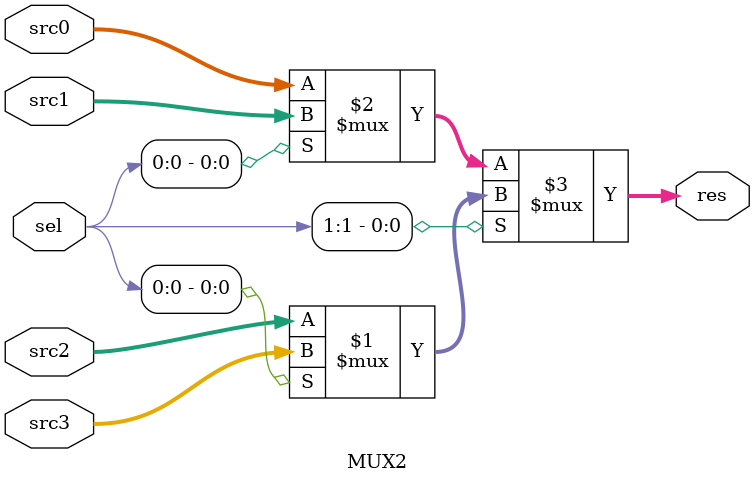
<source format=v>
module MUX2 # (
    parameter               WIDTH                   = 32
)(
    input                   [WIDTH-1 : 0]           src0, src1, src2, src3,
    input                   [      1 : 0]           sel,

    output                  [WIDTH-1 : 0]           res
);

    assign res = sel[1] ? (sel[0] ? src3 : src2) : (sel[0] ? src1 : src0);

endmodule
</source>
